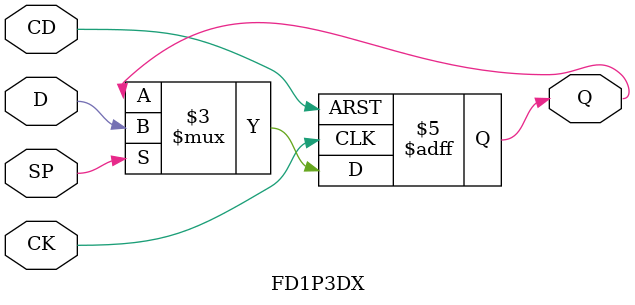
<source format=v>
module FD1P3DX(input D, CK, SP, CD, output reg Q);
	parameter GSR = "DISABLED";
	initial Q = 1'b0;
	always @(posedge CK or posedge CD)
		if (CD)
			Q <= 1'b0;
		else if (SP)
			Q <= D;
	specify
		$setup(D, posedge CK, 0);
		$setup(SP, posedge CK, 212);
		$setup(CD, posedge CK, 224);
`ifndef YOSYS
		if (CD) (posedge CLK => (Q : 0)) = 0;
`else
		if (CD) (CD => Q) = 0; 	// Technically, this should be an edge sensitive path
								// but for facilitating a bypass box, let's pretend it's
								// a simple path
`endif
		if (!CD && SP) (posedge CK => (Q : D)) = 336;
	endspecify
endmodule
</source>
